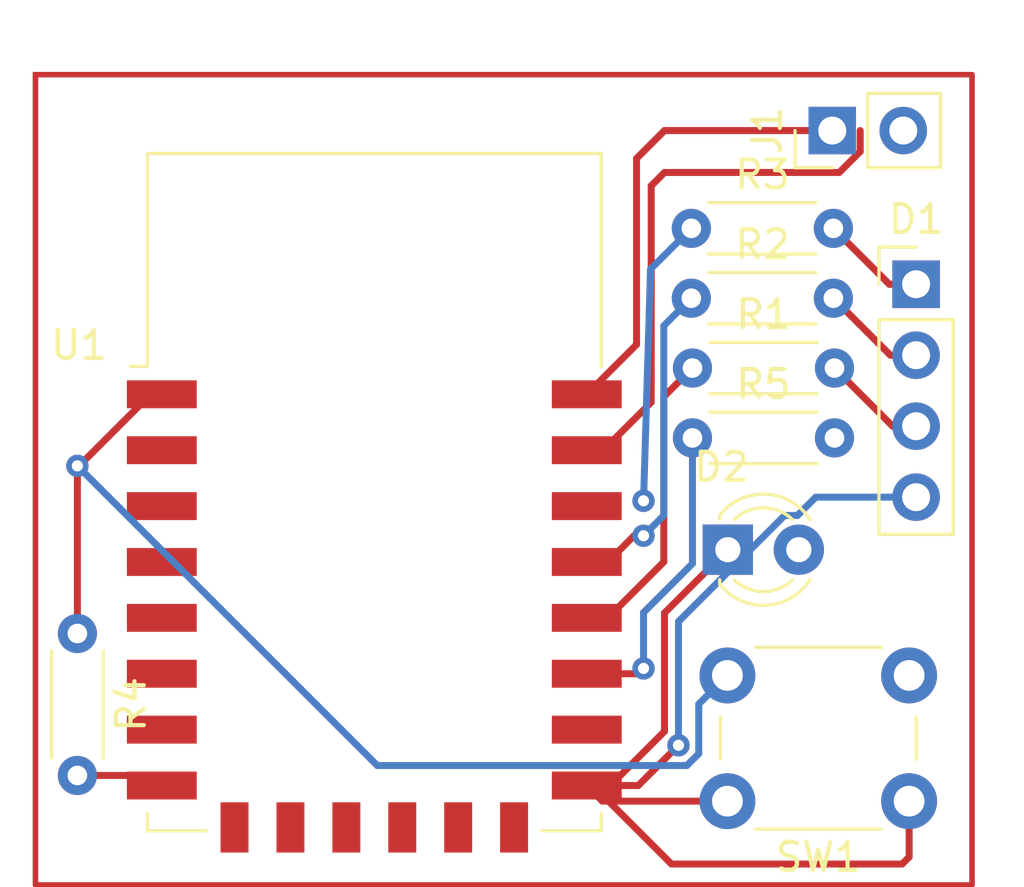
<source format=kicad_pcb>
(kicad_pcb (version 20221018) (generator pcbnew)
  (layers (0 "F.Cu" signal) (31 "B.Cu" signal) (34 "B.Paste" user) (35 "F.Paste" user) (36 "B.SilkS" user "B.Silkscreen") (37 "F.SilkS" user "F.Silkscreen") (38 "B.Mask" user) (39 "F.Mask" user) (44 "Edge.Cuts" user))
  (net 0 "")
  (net 1 "Net-(D1-RA)")
  (net 2 "Net-(D1-GA)")
  (net 3 "Net-(D1-BA)")
  (net 4 "GND")
  (net 5 "Net-(D2-A)")
  (net 6 "Net-(U1-GPIO0)")
  (net 7 "Net-(U1-GPIO4)")
  (net 8 "Net-(U1-GPIO5)")
  (net 9 "Net-(U1-~{RST})")
  (net 10 "+5V")
  (net 24 "Net-(U1-GPIO2)")
  (net 25 "/TX")
  (net 26 "/RX")
  (footprint "Button_Switch_THT:SW_PUSH_6mm" (layer "F.Cu") (at 162 107.25 180)
    (fp_text reference "SW1" (at 3.25 -2 180) (layer "F.SilkS"))
    (fp_text value "SW_Push")
    (fp_line (start -0.25 1.5) (end -0.25 3) (stroke (width 0.12)) (layer "F.SilkS"))
    (fp_line (start 1 5.5) (end 5.5 5.5) (stroke (width 0.12)) (layer "F.SilkS"))
    (fp_line (start 5.5 -1) (end 1 -1) (stroke (width 0.12)) (layer "F.SilkS"))
    (fp_line (start 6.75 3) (end 6.75 1.5) (stroke (width 0.12)) (layer "F.SilkS"))
    (pad "1" thru_hole circle (at 0 0 270) (size 2 2) (drill 1.1) (layers "*.Cu" "*.Mask") (net 4 "GND"))
    (pad "1" thru_hole circle (at 6.5 0 270) (size 2 2) (drill 1.1) (layers "*.Cu" "*.Mask") (net 4 "GND"))
    (pad "2" thru_hole circle (at 0 4.5 270) (size 2 2) (drill 1.1) (layers "*.Cu" "*.Mask") (net 9 "Net-(U1-~{RST})"))
    (pad "2" thru_hole circle (at 6.5 4.5 270) (size 2 2) (drill 1.1) (layers "*.Cu" "*.Mask") (net 9 "Net-(U1-~{RST})"))
  )
  (footprint "Resistor_THT:R_Axial_DIN0204_L3.6mm_D1.6mm_P5.08mm_Horizontal" (layer "F.Cu") (at 154.25 91.75)
    (fp_text reference "R1" (at 2.54 -1.92) (layer "F.SilkS"))
    (fp_text value "R_Small")
    (fp_line (start 0.62 -0.92) (end 4.46 -0.92) (stroke (width 0.12)) (layer "F.SilkS"))
    (fp_line (start 0.62 0.92) (end 4.46 0.92) (stroke (width 0.12)) (layer "F.SilkS"))
    (pad "1" thru_hole circle (at 0 0) (size 1.4 1.4) (drill 0.7) (layers "*.Cu" "*.Mask") (net 6 "Net-(U1-GPIO0)"))
    (pad "2" thru_hole oval (at 5.08 0) (size 1.4 1.4) (drill 0.7) (layers "*.Cu" "*.Mask") (net 3 "Net-(D1-BA)"))
  )
  (footprint "RF_Module:ESP-12E" (layer "F.Cu") (at 142.87 96.19)
    (fp_text reference "U1" (at -10.56 -5.26) (layer "F.SilkS"))
    (fp_text value "ESP-12E")
    (fp_line (start -8.12 -12.12) (end 8.12 -12.12) (stroke (width 0.12)) (layer "F.SilkS"))
    (fp_line (start -8.12 -4.5) (end -8.73 -4.5) (stroke (width 0.12)) (layer "F.SilkS"))
    (fp_line (start -8.12 -4.5) (end -8.12 -12.12) (stroke (width 0.12)) (layer "F.SilkS"))
    (fp_line (start -8.12 12.12) (end -8.12 11.5) (stroke (width 0.12)) (layer "F.SilkS"))
    (fp_line (start -6 12.12) (end -8.12 12.12) (stroke (width 0.12)) (layer "F.SilkS"))
    (fp_line (start 8.12 -12.12) (end 8.12 -4.5) (stroke (width 0.12)) (layer "F.SilkS"))
    (fp_line (start 8.12 11.5) (end 8.12 12.12) (stroke (width 0.12)) (layer "F.SilkS"))
    (fp_line (start 8.12 12.12) (end 6 12.12) (stroke (width 0.12)) (layer "F.SilkS"))
    (pad "1" smd rect (at -7.6 -3.5) (size 2.5 1) (layers "F.Cu" "F.Paste" "F.Mask") (net 9 "Net-(U1-~{RST})"))
    (pad "2" smd rect (at -7.6 -1.5) (size 2.5 1) (layers "F.Cu" "F.Paste" "F.Mask"))
    (pad "3" smd rect (at -7.6 0.5) (size 2.5 1) (layers "F.Cu" "F.Paste" "F.Mask"))
    (pad "4" smd rect (at -7.6 2.5) (size 2.5 1) (layers "F.Cu" "F.Paste" "F.Mask"))
    (pad "5" smd rect (at -7.6 4.5) (size 2.5 1) (layers "F.Cu" "F.Paste" "F.Mask"))
    (pad "6" smd rect (at -7.6 6.5) (size 2.5 1) (layers "F.Cu" "F.Paste" "F.Mask"))
    (pad "7" smd rect (at -7.6 8.5) (size 2.5 1) (layers "F.Cu" "F.Paste" "F.Mask"))
    (pad "8" smd rect (at -7.6 10.5) (size 2.5 1) (layers "F.Cu" "F.Paste" "F.Mask") (net 10 "+5V"))
    (pad "9" smd rect (at -5 12) (size 1 1.8) (layers "F.Cu" "F.Paste" "F.Mask"))
    (pad "10" smd rect (at -3 12) (size 1 1.8) (layers "F.Cu" "F.Paste" "F.Mask"))
    (pad "11" smd rect (at -1 12) (size 1 1.8) (layers "F.Cu" "F.Paste" "F.Mask"))
    (pad "12" smd rect (at 1 12) (size 1 1.8) (layers "F.Cu" "F.Paste" "F.Mask"))
    (pad "13" smd rect (at 3 12) (size 1 1.8) (layers "F.Cu" "F.Paste" "F.Mask"))
    (pad "14" smd rect (at 5 12) (size 1 1.8) (layers "F.Cu" "F.Paste" "F.Mask"))
    (pad "15" smd rect (at 7.6 10.5) (size 2.5 1) (layers "F.Cu" "F.Paste" "F.Mask") (net 4 "GND"))
    (pad "16" smd rect (at 7.6 8.5) (size 2.5 1) (layers "F.Cu" "F.Paste" "F.Mask"))
    (pad "17" smd rect (at 7.6 6.5) (size 2.5 1) (layers "F.Cu" "F.Paste" "F.Mask") (net 24 "Net-(U1-GPIO2)"))
    (pad "18" smd rect (at 7.6 4.5) (size 2.5 1) (layers "F.Cu" "F.Paste" "F.Mask") (net 6 "Net-(U1-GPIO0)"))
    (pad "19" smd rect (at 7.6 2.5) (size 2.5 1) (layers "F.Cu" "F.Paste" "F.Mask") (net 7 "Net-(U1-GPIO4)"))
    (pad "20" smd rect (at 7.6 0.5) (size 2.5 1) (layers "F.Cu" "F.Paste" "F.Mask") (net 8 "Net-(U1-GPIO5)"))
    (pad "21" smd rect (at 7.6 -1.5) (size 2.5 1) (layers "F.Cu" "F.Paste" "F.Mask") (net 26 "/RX"))
    (pad "22" smd rect (at 7.6 -3.5) (size 2.5 1) (layers "F.Cu" "F.Paste" "F.Mask") (net 25 "/TX"))
  )
  (footprint "Connector_PinHeader_2.54mm:PinHeader_1x04_P2.54mm_Vertical" (layer "F.Cu") (at 162.25 88.75)
    (fp_text reference "D1" (at 0 -2.33) (layer "F.SilkS"))
    (fp_text value "LED_RGBK")
    (fp_line (start -1.33 -1.33) (end 0 -1.33) (stroke (width 0.12)) (layer "F.SilkS"))
    (fp_line (start -1.33 0) (end -1.33 -1.33) (stroke (width 0.12)) (layer "F.SilkS"))
    (fp_line (start -1.33 1.27) (end -1.33 8.95) (stroke (width 0.12)) (layer "F.SilkS"))
    (fp_line (start -1.33 1.27) (end 1.33 1.27) (stroke (width 0.12)) (layer "F.SilkS"))
    (fp_line (start -1.33 8.95) (end 1.33 8.95) (stroke (width 0.12)) (layer "F.SilkS"))
    (fp_line (start 1.33 1.27) (end 1.33 8.95) (stroke (width 0.12)) (layer "F.SilkS"))
    (pad "1" thru_hole rect (at 0 0) (size 1.7 1.7) (drill 1) (layers "*.Cu" "*.Mask") (net 1 "Net-(D1-RA)"))
    (pad "2" thru_hole oval (at 0 2.54) (size 1.7 1.7) (drill 1) (layers "*.Cu" "*.Mask") (net 2 "Net-(D1-GA)"))
    (pad "3" thru_hole oval (at 0 5.08) (size 1.7 1.7) (drill 1) (layers "*.Cu" "*.Mask") (net 3 "Net-(D1-BA)"))
    (pad "4" thru_hole oval (at 0 7.62) (size 1.7 1.7) (drill 1) (layers "*.Cu" "*.Mask") (net 4 "GND"))
  )
  (footprint "Resistor_THT:R_Axial_DIN0204_L3.6mm_D1.6mm_P5.08mm_Horizontal" (layer "F.Cu") (at 154.21 89.25)
    (fp_text reference "R2" (at 2.54 -1.92) (layer "F.SilkS"))
    (fp_text value "R_Small")
    (fp_line (start 0.62 -0.92) (end 4.46 -0.92) (stroke (width 0.12)) (layer "F.SilkS"))
    (fp_line (start 0.62 0.92) (end 4.46 0.92) (stroke (width 0.12)) (layer "F.SilkS"))
    (pad "1" thru_hole circle (at 0 0) (size 1.4 1.4) (drill 0.7) (layers "*.Cu" "*.Mask") (net 7 "Net-(U1-GPIO4)"))
    (pad "2" thru_hole oval (at 5.08 0) (size 1.4 1.4) (drill 0.7) (layers "*.Cu" "*.Mask") (net 2 "Net-(D1-GA)"))
  )
  (footprint "Resistor_THT:R_Axial_DIN0204_L3.6mm_D1.6mm_P5.08mm_Horizontal" (layer "F.Cu") (at 154.25 94.25)
    (fp_text reference "R5" (at 2.54 -1.92) (layer "F.SilkS"))
    (fp_text value "R_Small")
    (fp_line (start 0.62 -0.92) (end 4.46 -0.92) (stroke (width 0.12)) (layer "F.SilkS"))
    (fp_line (start 0.62 0.92) (end 4.46 0.92) (stroke (width 0.12)) (layer "F.SilkS"))
    (pad "1" thru_hole circle (at 0 0) (size 1.4 1.4) (drill 0.7) (layers "*.Cu" "*.Mask") (net 24 "Net-(U1-GPIO2)"))
    (pad "2" thru_hole oval (at 5.08 0) (size 1.4 1.4) (drill 0.7) (layers "*.Cu" "*.Mask") (net 5 "Net-(D2-A)"))
  )
  (footprint "LED_THT:LED_D3.0mm" (layer "F.Cu") (at 155.515 98.25)
    (fp_text reference "D2" (at -0.23 -2.96) (layer "F.SilkS"))
    (fp_text value "LED")
    (fp_line (start -0.29 -1.236) (end -0.29 -1.08) (stroke (width 0.12)) (layer "F.SilkS"))
    (fp_line (start -0.29 1.08) (end -0.29 1.236) (stroke (width 0.12)) (layer "F.SilkS"))
    (fp_arc (start -0.29 -1.235516) (mid 1.366487 -1.987659) (end 2.942335 -1.078608) (stroke (width 0.12)) (layer "F.SilkS"))
    (fp_arc (start 0.229039 -1.08) (mid 1.270117 -1.5) (end 2.31113 -1.079837) (stroke (width 0.12)) (layer "F.SilkS"))
    (fp_arc (start 2.31113 1.079837) (mid 1.270117 1.5) (end 0.229039 1.08) (stroke (width 0.12)) (layer "F.SilkS"))
    (fp_arc (start 2.942335 1.078608) (mid 1.366487 1.987659) (end -0.29 1.235516) (stroke (width 0.12)) (layer "F.SilkS"))
    (pad "1" thru_hole rect (at 0 0) (size 1.8 1.8) (drill 0.9) (layers "*.Cu" "*.Mask") (net 4 "GND"))
    (pad "2" thru_hole circle (at 2.54 0) (size 1.8 1.8) (drill 0.9) (layers "*.Cu" "*.Mask") (net 5 "Net-(D2-A)"))
  )
  (footprint "Resistor_THT:R_Axial_DIN0204_L3.6mm_D1.6mm_P5.08mm_Horizontal" (layer "F.Cu") (at 154.21 86.75)
    (fp_text reference "R3" (at 2.54 -1.92) (layer "F.SilkS"))
    (fp_text value "R_Small")
    (fp_line (start 0.62 -0.92) (end 4.46 -0.92) (stroke (width 0.12)) (layer "F.SilkS"))
    (fp_line (start 0.62 0.92) (end 4.46 0.92) (stroke (width 0.12)) (layer "F.SilkS"))
    (pad "1" thru_hole circle (at 0 0) (size 1.4 1.4) (drill 0.7) (layers "*.Cu" "*.Mask") (net 8 "Net-(U1-GPIO5)"))
    (pad "2" thru_hole oval (at 5.08 0) (size 1.4 1.4) (drill 0.7) (layers "*.Cu" "*.Mask") (net 1 "Net-(D1-RA)"))
  )
  (footprint "Resistor_THT:R_Axial_DIN0204_L3.6mm_D1.6mm_P5.08mm_Horizontal" (layer "F.Cu") (at 132.25 101.25 -90)
    (fp_text reference "R4" (at 2.54 -1.92 90) (layer "F.SilkS"))
    (fp_text value "R_Small")
    (fp_line (start 0.62 -0.92) (end 4.46 -0.92) (stroke (width 0.12)) (layer "F.SilkS"))
    (fp_line (start 0.62 0.92) (end 4.46 0.92) (stroke (width 0.12)) (layer "F.SilkS"))
    (pad "1" thru_hole circle (at 0 0 270) (size 1.4 1.4) (drill 0.7) (layers "*.Cu" "*.Mask") (net 9 "Net-(U1-~{RST})"))
    (pad "2" thru_hole oval (at 5.08 0 270) (size 1.4 1.4) (drill 0.7) (layers "*.Cu" "*.Mask") (net 10 "+5V"))
  )
  (footprint "Connector_PinHeader_2.54mm:PinHeader_1x02_P2.54mm_Vertical" (layer "F.Cu") (at 159.25 83.25 90)
    (fp_text reference "J1" (at 0 -2.33 90) (layer "F.SilkS"))
    (fp_text value "Conn_01x02")
    (fp_line (start -1.33 -1.33) (end 0 -1.33) (stroke (width 0.12)) (layer "F.SilkS"))
    (fp_line (start -1.33 0) (end -1.33 -1.33) (stroke (width 0.12)) (layer "F.SilkS"))
    (fp_line (start -1.33 1.27) (end -1.33 3.87) (stroke (width 0.12)) (layer "F.SilkS"))
    (fp_line (start -1.33 1.27) (end 1.33 1.27) (stroke (width 0.12)) (layer "F.SilkS"))
    (fp_line (start -1.33 3.87) (end 1.33 3.87) (stroke (width 0.12)) (layer "F.SilkS"))
    (fp_line (start 1.33 1.27) (end 1.33 3.87) (stroke (width 0.12)) (layer "F.SilkS"))
    (pad "1" thru_hole rect (at 0 0 90) (size 1.7 1.7) (drill 1) (layers "*.Cu" "*.Mask") (net 25 "/TX"))
    (pad "2" thru_hole oval (at 0 2.54 90) (size 1.7 1.7) (drill 1) (layers "*.Cu" "*.Mask") (net 26 "/RX"))
  )
  (gr_rect (start 130.75 81.25) (end 164.25 110.25) (stroke (width 0.2)) (fill none) (layer "F.Cu"))
  (segment (start 161.29 88.75) (end 159.29 86.75) (width 0.25) (layer "F.Cu") (net 1))
  (segment (start 162.25 88.75) (end 161.29 88.75) (width 0.25) (layer "F.Cu") (net 1))
  (segment (start 159.29 89.25) (end 161.33 91.29) (width 0.25) (layer "F.Cu") (net 2))
  (segment (start 161.33 91.29) (end 162.25 91.29) (width 0.25) (layer "F.Cu") (net 2))
  (segment (start 161.41 93.83) (end 162.25 93.83) (width 0.25) (layer "F.Cu") (net 3))
  (segment (start 159.33 91.75) (end 161.41 93.83) (width 0.25) (layer "F.Cu") (net 3))
  (segment (start 153.25 100.515) (end 153.25 104.75) (width 0.25) (layer "F.Cu") (net 4))
  (segment (start 155.5 107.25) (end 151.25 107.25) (width 0.25) (layer "F.Cu") (net 4))
  (segment (start 162 107.25) (end 162 109.25) (width 0.25) (layer "F.Cu") (net 4))
  (segment (start 152.31 106.69) (end 150.47 106.69) (width 0.25) (layer "F.Cu") (net 4))
  (segment (start 153.5 109.5) (end 151.25 107.25) (width 0.25) (layer "F.Cu") (net 4))
  (segment (start 151.31 106.69) (end 150.47 106.69) (width 0.25) (layer "F.Cu") (net 4))
  (segment (start 151.03 107.25) (end 150.47 106.69) (width 0.25) (layer "F.Cu") (net 4))
  (segment (start 153.75 105.25) (end 152.31 106.69) (width 0.25) (layer "F.Cu") (net 4))
  (segment (start 155.515 98.25) (end 153.25 100.515) (width 0.25) (layer "F.Cu") (net 4))
  (segment (start 153.25 104.75) (end 151.31 106.69) (width 0.25) (layer "F.Cu") (net 4))
  (segment (start 161.75 109.5) (end 153.5 109.5) (width 0.25) (layer "F.Cu") (net 4))
  (segment (start 151.25 107.25) (end 151.03 107.25) (width 0.25) (layer "F.Cu") (net 4))
  (segment (start 162 109.25) (end 161.75 109.5) (width 0.25) (layer "F.Cu") (net 4))
  (via (at 153.75 105.25) (size 0.8) (drill 0.4) (layers "F.Cu" "B.Cu") (net 4))
  (segment (start 162 107.25) (end 162.25 107.25) (width 0.25) (layer "B.Cu") (net 4))
  (segment (start 153.75 100.822588) (end 153.75 105.25) (width 0.25) (layer "B.Cu") (net 4))
  (segment (start 158.004569 97.025) (end 158.659569 96.37) (width 0.25) (layer "B.Cu") (net 4))
  (segment (start 157.547588 97.025) (end 153.75 100.822588) (width 0.25) (layer "B.Cu") (net 4))
  (segment (start 158.659569 96.37) (end 162.25 96.37) (width 0.25) (layer "B.Cu") (net 4))
  (segment (start 158.004569 97.025) (end 157.547588 97.025) (width 0.25) (layer "B.Cu") (net 4))
  (segment (start 150.47 100.69) (end 151.22 100.69) (width 0.25) (layer "F.Cu") (net 6))
  (segment (start 153.225 98.685) (end 153.225 92.775) (width 0.25) (layer "F.Cu") (net 6))
  (segment (start 153.225 92.775) (end 154.25 91.75) (width 0.25) (layer "F.Cu") (net 6))
  (segment (start 151.22 100.69) (end 153.225 98.685) (width 0.25) (layer "F.Cu") (net 6))
  (segment (start 154.25 91.75) (end 154 91.75) (width 0.25) (layer "B.Cu") (net 6))
  (segment (start 150.47 98.69) (end 151.22 98.69) (width 0.25) (layer "F.Cu") (net 7))
  (segment (start 152.5 97.75) (end 152.75 97.75) (width 0.25) (layer "F.Cu") (net 7))
  (segment (start 152.16 97.75) (end 152.5 97.75) (width 0.25) (layer "F.Cu") (net 7))
  (segment (start 151.22 98.69) (end 152.16 97.75) (width 0.25) (layer "F.Cu") (net 7))
  (via (at 152.5 97.75) (size 0.8) (drill 0.4) (layers "F.Cu" "B.Cu") (net 7))
  (segment (start 153.225 90.235) (end 153.225 97.025) (width 0.25) (layer "B.Cu") (net 7))
  (segment (start 154.21 89.25) (end 153.225 90.235) (width 0.25) (layer "B.Cu") (net 7))
  (segment (start 152.75 97.79) (end 152.5 97.54) (width 0.25) (layer "B.Cu") (net 7))
  (segment (start 153.225 97.025) (end 152.5 97.75) (width 0.25) (layer "B.Cu") (net 7))
  (segment (start 150.47 96.69) (end 151.22 96.69) (width 0.25) (layer "F.Cu") (net 8))
  (via (at 152.5 96.5) (size 0.8) (drill 0.4) (layers "F.Cu" "B.Cu") (net 8))
  (segment (start 154.21 86.75) (end 152.75 88.21) (width 0.25) (layer "B.Cu") (net 8))
  (segment (start 152.5 96.5) (end 152.75 96.5) (width 0.25) (layer "B.Cu") (net 8))
  (segment (start 152.75 88.21) (end 152.5 96.5) (width 0.25) (layer "B.Cu") (net 8))
  (segment (start 134.87 92.69) (end 135.27 92.69) (width 0.25) (layer "F.Cu") (net 9))
  (segment (start 132.25 95.31) (end 134.87 92.69) (width 0.25) (layer "F.Cu") (net 9))
  (segment (start 132.25 101.25) (end 132.25 95.31) (width 0.25) (layer "F.Cu") (net 9))
  (via (at 132.25 95.25) (size 0.8) (drill 0.4) (layers "F.Cu" "B.Cu") (net 9))
  (segment (start 154.475 105.550305) (end 154.050305 105.975) (width 0.25) (layer "B.Cu") (net 9))
  (segment (start 154.050305 105.975) (end 142.975 105.975) (width 0.25) (layer "B.Cu") (net 9))
  (segment (start 155.5 102.75) (end 154.475 103.775) (width 0.25) (layer "B.Cu") (net 9))
  (segment (start 142.975 105.975) (end 132.25 95.25) (width 0.25) (layer "B.Cu") (net 9))
  (segment (start 154.475 103.775) (end 154.475 105.550305) (width 0.25) (layer "B.Cu") (net 9))
  (segment (start 134.91 106.33) (end 135.27 106.69) (width 0.25) (layer "F.Cu") (net 10))
  (segment (start 132.25 106.33) (end 134.91 106.33) (width 0.25) (layer "F.Cu") (net 10))
  (segment (start 152.31 102.69) (end 152.5 102.5) (width 0.25) (layer "F.Cu") (net 24))
  (segment (start 150.47 102.69) (end 152.31 102.69) (width 0.25) (layer "F.Cu") (net 24))
  (via (at 152.5 102.5) (size 0.8) (drill 0.4) (layers "F.Cu" "B.Cu") (net 24))
  (segment (start 154.25 94.25) (end 154.25 98.75) (width 0.25) (layer "B.Cu") (net 24))
  (segment (start 154.25 98.75) (end 152.5 100.5) (width 0.25) (layer "B.Cu") (net 24))
  (segment (start 152.5 100.5) (end 152.5 102.5) (width 0.25) (layer "B.Cu") (net 24))
  (segment (start 153.25 83.25) (end 159.25 83.25) (width 0.25) (layer "F.Cu") (net 25))
  (segment (start 150.47 92.69) (end 152.25 90.91) (width 0.25) (layer "F.Cu") (net 25))
  (segment (start 152.25 84.25) (end 153.25 83.25) (width 0.25) (layer "F.Cu") (net 25))
  (segment (start 152.25 90.91) (end 152.25 84.25) (width 0.25) (layer "F.Cu") (net 25))
  (segment (start 152.775 92.975) (end 152.775 85.225) (width 0.25) (layer "F.Cu") (net 26))
  (segment (start 150.47 94.69) (end 150.94 94.69) (width 0.25) (layer "F.Cu") (net 26))
  (segment (start 152.775 85.225) (end 153.25 84.75) (width 0.25) (layer "F.Cu") (net 26))
  (segment (start 159.5 84.75) (end 160.25 84) (width 0.25) (layer "F.Cu") (net 26))
  (segment (start 150.94 94.69) (end 151 94.75) (width 0.25) (layer "F.Cu") (net 26))
  (segment (start 153.25 84.75) (end 159.5 84.75) (width 0.25) (layer "F.Cu") (net 26))
  (segment (start 151 94.75) (end 152.775 92.975) (width 0.25) (layer "F.Cu") (net 26))
  (segment (start 160.25 84) (end 160.25 83.25) (width 0.25) (layer "F.Cu") (net 26))
)
</source>
